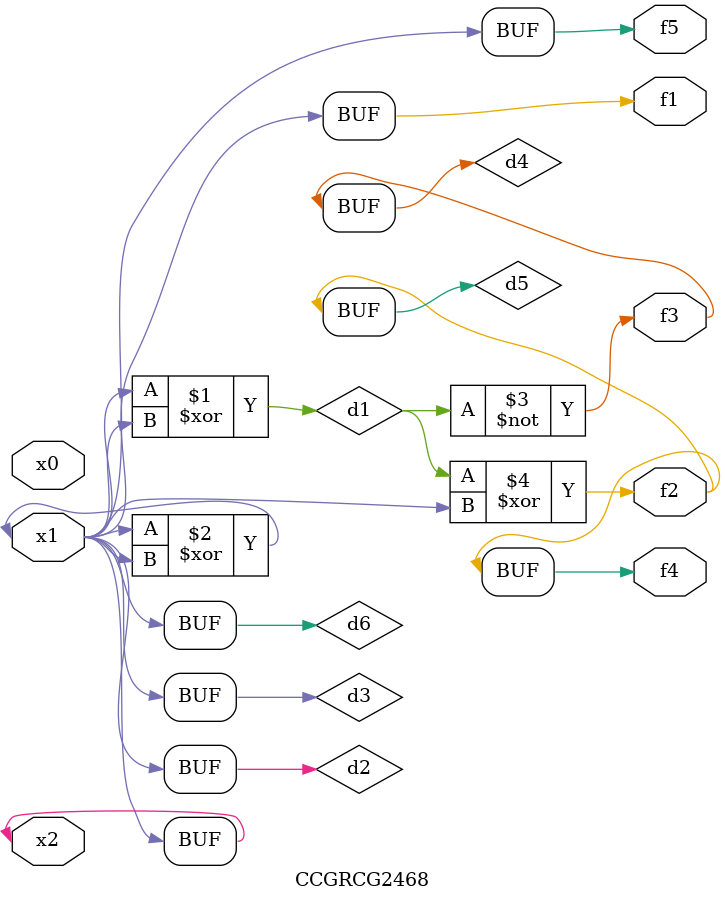
<source format=v>
module CCGRCG2468(
	input x0, x1, x2,
	output f1, f2, f3, f4, f5
);

	wire d1, d2, d3, d4, d5, d6;

	xor (d1, x1, x2);
	buf (d2, x1, x2);
	xor (d3, x1, x2);
	nor (d4, d1);
	xor (d5, d1, d2);
	buf (d6, d2, d3);
	assign f1 = d6;
	assign f2 = d5;
	assign f3 = d4;
	assign f4 = d5;
	assign f5 = d6;
endmodule

</source>
